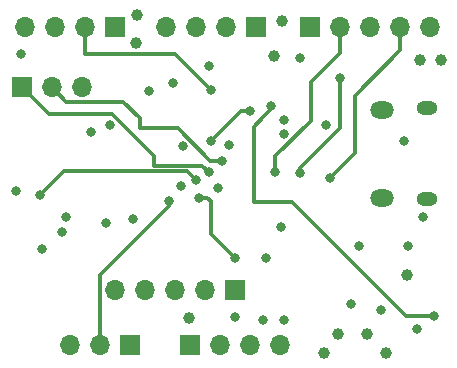
<source format=gbr>
%TF.GenerationSoftware,KiCad,Pcbnew,7.0.1-0*%
%TF.CreationDate,2023-10-24T00:04:38+02:00*%
%TF.ProjectId,SMT-32,534d542d-3332-42e6-9b69-6361645f7063,rev?*%
%TF.SameCoordinates,Original*%
%TF.FileFunction,Copper,L4,Bot*%
%TF.FilePolarity,Positive*%
%FSLAX46Y46*%
G04 Gerber Fmt 4.6, Leading zero omitted, Abs format (unit mm)*
G04 Created by KiCad (PCBNEW 7.0.1-0) date 2023-10-24 00:04:38*
%MOMM*%
%LPD*%
G01*
G04 APERTURE LIST*
%TA.AperFunction,ComponentPad*%
%ADD10O,1.700000X1.700000*%
%TD*%
%TA.AperFunction,ComponentPad*%
%ADD11R,1.700000X1.700000*%
%TD*%
%TA.AperFunction,ComponentPad*%
%ADD12O,1.800000X1.150000*%
%TD*%
%TA.AperFunction,ComponentPad*%
%ADD13O,2.000000X1.450000*%
%TD*%
%TA.AperFunction,ViaPad*%
%ADD14C,0.800000*%
%TD*%
%TA.AperFunction,ViaPad*%
%ADD15C,1.000000*%
%TD*%
%TA.AperFunction,Conductor*%
%ADD16C,0.300000*%
%TD*%
G04 APERTURE END LIST*
D10*
%TO.P,J8,3,Pin_3*%
%TO.N,/Pin 2*%
X85852000Y-31242000D03*
%TO.P,J8,2,Pin_2*%
%TO.N,/Pin 3*%
X83312000Y-31242000D03*
D11*
%TO.P,J8,1,Pin_1*%
%TO.N,/Pin 4*%
X80772000Y-31242000D03*
%TD*%
%TO.P,J5,1,Pin_1*%
%TO.N,/ADC_12*%
X89916000Y-53086000D03*
D10*
%TO.P,J5,2,Pin_2*%
%TO.N,/ADC_11*%
X87376000Y-53086000D03*
%TO.P,J5,3,Pin_3*%
%TO.N,unconnected-(J5-Pin_3-Pad3)*%
X84836000Y-53086000D03*
%TD*%
D11*
%TO.P,J7,1,Pin_1*%
%TO.N,GND*%
X105180000Y-26100000D03*
D10*
%TO.P,J7,2,Pin_2*%
%TO.N,/SPI_2_MOSI*%
X107720000Y-26100000D03*
%TO.P,J7,3,Pin_3*%
%TO.N,/SPI_2_MISO*%
X110260000Y-26100000D03*
%TO.P,J7,4,Pin_4*%
%TO.N,/SPI_2_SCK*%
X112800000Y-26100000D03*
%TO.P,J7,5,Pin_5*%
%TO.N,+3.3V*%
X115340000Y-26100000D03*
%TD*%
D11*
%TO.P,J6,1,Pin_1*%
%TO.N,GND*%
X98820000Y-48400000D03*
D10*
%TO.P,J6,2,Pin_2*%
%TO.N,/SPI_1_MOSI*%
X96280000Y-48400000D03*
%TO.P,J6,3,Pin_3*%
%TO.N,/SPI_1_MISO*%
X93740000Y-48400000D03*
%TO.P,J6,4,Pin_4*%
%TO.N,/SPI_1_SCK*%
X91200000Y-48400000D03*
%TO.P,J6,5,Pin_5*%
%TO.N,+3.3V*%
X88660000Y-48400000D03*
%TD*%
D11*
%TO.P,J3,1,Pin_1*%
%TO.N,+3.3V*%
X88670000Y-26100000D03*
D10*
%TO.P,J3,2,Pin_2*%
%TO.N,URAT_1_TX*%
X86130000Y-26100000D03*
%TO.P,J3,3,Pin_3*%
%TO.N,URAT_1_RX*%
X83590000Y-26100000D03*
%TO.P,J3,4,Pin_4*%
%TO.N,GND*%
X81050000Y-26100000D03*
%TD*%
D11*
%TO.P,J4,1,Pin_1*%
%TO.N,+3.3V*%
X94996000Y-53086000D03*
D10*
%TO.P,J4,2,Pin_2*%
%TO.N,/I2C_SCL*%
X97536000Y-53086000D03*
%TO.P,J4,3,Pin_3*%
%TO.N,/I2C_SDA*%
X100076000Y-53086000D03*
%TO.P,J4,4,Pin_4*%
%TO.N,GND*%
X102616000Y-53086000D03*
%TD*%
D12*
%TO.P,J1,6,Shield*%
%TO.N,unconnected-(J1-Shield-Pad6)*%
X115050000Y-40725000D03*
D13*
X111250000Y-40575000D03*
X111250000Y-33125000D03*
D12*
X115050000Y-32975000D03*
%TD*%
D11*
%TO.P,J2,1,Pin_1*%
%TO.N,+3.3V*%
X100562000Y-26100000D03*
D10*
%TO.P,J2,2,Pin_2*%
%TO.N,/SWDIO*%
X98022000Y-26100000D03*
%TO.P,J2,3,Pin_3*%
%TO.N,/SWCLK*%
X95482000Y-26100000D03*
%TO.P,J2,4,Pin_4*%
%TO.N,GND*%
X92942000Y-26100000D03*
%TD*%
D14*
%TO.N,GND*%
X102700000Y-43050000D03*
%TO.N,/I2C_SDA*%
X95750000Y-40600000D03*
%TO.N,+3.3V*%
X102950000Y-35200000D03*
X91500000Y-31500000D03*
%TO.N,GND*%
X93550000Y-30850000D03*
D15*
%TO.N,+3.3V*%
X113350000Y-47100000D03*
X94900000Y-50750000D03*
X114500000Y-28950000D03*
X116250000Y-28950000D03*
X102800000Y-25650000D03*
X90550000Y-25100000D03*
X90450000Y-27450000D03*
X102150000Y-28550000D03*
D14*
X108650000Y-49550000D03*
D15*
X110000000Y-52100000D03*
X107550000Y-52100000D03*
X106350000Y-53750000D03*
X111600000Y-53700000D03*
D14*
X106500000Y-34450000D03*
%TO.N,GND*%
X101450000Y-45650000D03*
%TO.N,/Pin 3*%
X97700000Y-37450000D03*
%TO.N,/Pin 4*%
X96600000Y-38400000D03*
%TO.N,/SW_Boot0*%
X101900000Y-32850000D03*
X115700000Y-50550000D03*
%TO.N,GND*%
X80250000Y-40000000D03*
X113150000Y-35800000D03*
X111150000Y-50100000D03*
X114200000Y-51650000D03*
X101200000Y-50900000D03*
X103000000Y-50900000D03*
X98850000Y-50700000D03*
X80700000Y-28400000D03*
X96600000Y-29450000D03*
X104300000Y-28750000D03*
X109350000Y-44700000D03*
%TO.N,+3.3V*%
X82500000Y-44900000D03*
%TO.N,/SPI_2_SCK*%
X106850000Y-38900000D03*
%TO.N,/SPI_2_MISO*%
X104300000Y-38500000D03*
X107700000Y-30450000D03*
%TO.N,/SPI_2_MOSI*%
X102250000Y-38400000D03*
%TO.N,/BOOT0*%
X100076000Y-33274000D03*
X96774000Y-35814000D03*
%TO.N,URAT_1_TX*%
X96774000Y-31496000D03*
%TO.N,GND*%
X94234000Y-39624000D03*
%TO.N,/NRST*%
X95504000Y-39116000D03*
%TO.N,GND*%
X90170000Y-42418000D03*
%TO.N,/NRST*%
X82296000Y-40386000D03*
%TO.N,/ADC_11*%
X93218000Y-40894000D03*
%TO.N,+3.3V*%
X86614000Y-35052000D03*
%TO.N,/I2C_SDA*%
X98806000Y-45720000D03*
%TO.N,GND*%
X102950000Y-34000000D03*
X88200000Y-34400000D03*
X98350000Y-36100000D03*
X97400000Y-39750000D03*
X94400000Y-36200000D03*
X87900000Y-42700000D03*
X84200000Y-43500000D03*
X84500000Y-42200000D03*
X113500000Y-44700000D03*
%TO.N,+3.3V*%
X114700000Y-42200000D03*
%TD*%
D16*
%TO.N,/I2C_SDA*%
X96480000Y-40600000D02*
X96774000Y-40894000D01*
X95750000Y-40600000D02*
X96480000Y-40600000D01*
%TO.N,/SPI_2_MISO*%
X104300000Y-38100000D02*
X104300000Y-38500000D01*
%TO.N,URAT_1_TX*%
X93726000Y-28448000D02*
X86106000Y-28448000D01*
%TO.N,/SPI_2_MISO*%
X107700000Y-34700000D02*
X104300000Y-38100000D01*
%TO.N,/SPI_2_SCK*%
X112800000Y-26100000D02*
X112800000Y-28100000D01*
X108950000Y-36800000D02*
X106850000Y-38900000D01*
X112800000Y-28100000D02*
X108950000Y-31950000D01*
X108950000Y-31950000D02*
X108950000Y-36800000D01*
%TO.N,/Pin 3*%
X93960661Y-34700000D02*
X90750000Y-34700000D01*
X90750000Y-33854000D02*
X89338000Y-32442000D01*
X96710661Y-37450000D02*
X93960661Y-34700000D01*
X97700000Y-37450000D02*
X96710661Y-37450000D01*
X90750000Y-34700000D02*
X90750000Y-33854000D01*
%TO.N,/Pin 4*%
X96600000Y-38400000D02*
X96050000Y-37850000D01*
X96050000Y-37850000D02*
X91950000Y-37850000D01*
X91950000Y-37850000D02*
X91948000Y-37848000D01*
X91948000Y-37848000D02*
X91948000Y-37084000D01*
%TO.N,/SW_Boot0*%
X101900000Y-33050000D02*
X101900000Y-32850000D01*
X101200000Y-33750000D02*
X101900000Y-33050000D01*
X103689339Y-40900000D02*
X100400000Y-40900000D01*
X100400000Y-40900000D02*
X100400000Y-34550000D01*
X113339339Y-50550000D02*
X103689339Y-40900000D01*
X115700000Y-50550000D02*
X113339339Y-50550000D01*
X100400000Y-34550000D02*
X101200000Y-33750000D01*
%TO.N,/SPI_2_MISO*%
X107700000Y-30450000D02*
X107700000Y-34700000D01*
%TO.N,/SPI_2_MOSI*%
X102250000Y-37050000D02*
X105250000Y-34050000D01*
X105250000Y-34050000D02*
X105250000Y-30800000D01*
X102250000Y-38400000D02*
X102250000Y-37050000D01*
X105250000Y-30800000D02*
X107720000Y-28330000D01*
X107720000Y-28330000D02*
X107720000Y-26100000D01*
%TO.N,/BOOT0*%
X96774000Y-35814000D02*
X99314000Y-33274000D01*
X99314000Y-33274000D02*
X100076000Y-33274000D01*
%TO.N,URAT_1_TX*%
X96774000Y-31496000D02*
X93726000Y-28448000D01*
X86130000Y-28424000D02*
X86130000Y-26100000D01*
X86106000Y-28448000D02*
X86130000Y-28424000D01*
%TO.N,/NRST*%
X82296000Y-40386000D02*
X84328000Y-38354000D01*
X84328000Y-38354000D02*
X94742000Y-38354000D01*
X94742000Y-38354000D02*
X95504000Y-39116000D01*
%TO.N,/ADC_11*%
X93218000Y-40894000D02*
X93218000Y-41289107D01*
X93218000Y-41289107D02*
X87376000Y-47131107D01*
X87376000Y-47131107D02*
X87376000Y-53086000D01*
%TO.N,/Pin 4*%
X91948000Y-37084000D02*
X88392000Y-33528000D01*
X88392000Y-33528000D02*
X83058000Y-33528000D01*
X83058000Y-33528000D02*
X80772000Y-31242000D01*
%TO.N,/Pin 3*%
X89338000Y-32442000D02*
X84512000Y-32442000D01*
X84512000Y-32442000D02*
X83312000Y-31242000D01*
%TO.N,/I2C_SDA*%
X96774000Y-43688000D02*
X98806000Y-45720000D01*
X96774000Y-40894000D02*
X96774000Y-43688000D01*
%TD*%
M02*

</source>
